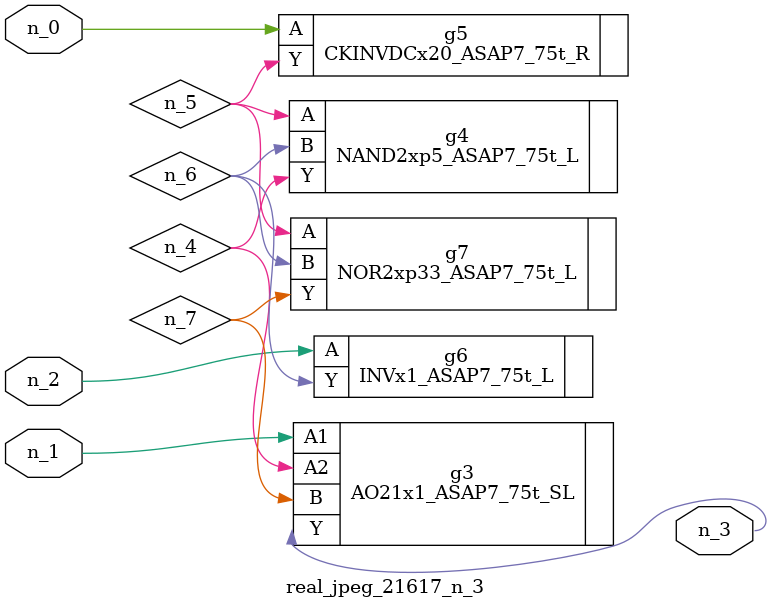
<source format=v>
module real_jpeg_21617_n_3 (n_1, n_0, n_2, n_3);

input n_1;
input n_0;
input n_2;

output n_3;

wire n_5;
wire n_4;
wire n_6;
wire n_7;

CKINVDCx20_ASAP7_75t_R g5 ( 
.A(n_0),
.Y(n_5)
);

AO21x1_ASAP7_75t_SL g3 ( 
.A1(n_1),
.A2(n_4),
.B(n_7),
.Y(n_3)
);

INVx1_ASAP7_75t_L g6 ( 
.A(n_2),
.Y(n_6)
);

NAND2xp5_ASAP7_75t_L g4 ( 
.A(n_5),
.B(n_6),
.Y(n_4)
);

NOR2xp33_ASAP7_75t_L g7 ( 
.A(n_5),
.B(n_6),
.Y(n_7)
);


endmodule
</source>
